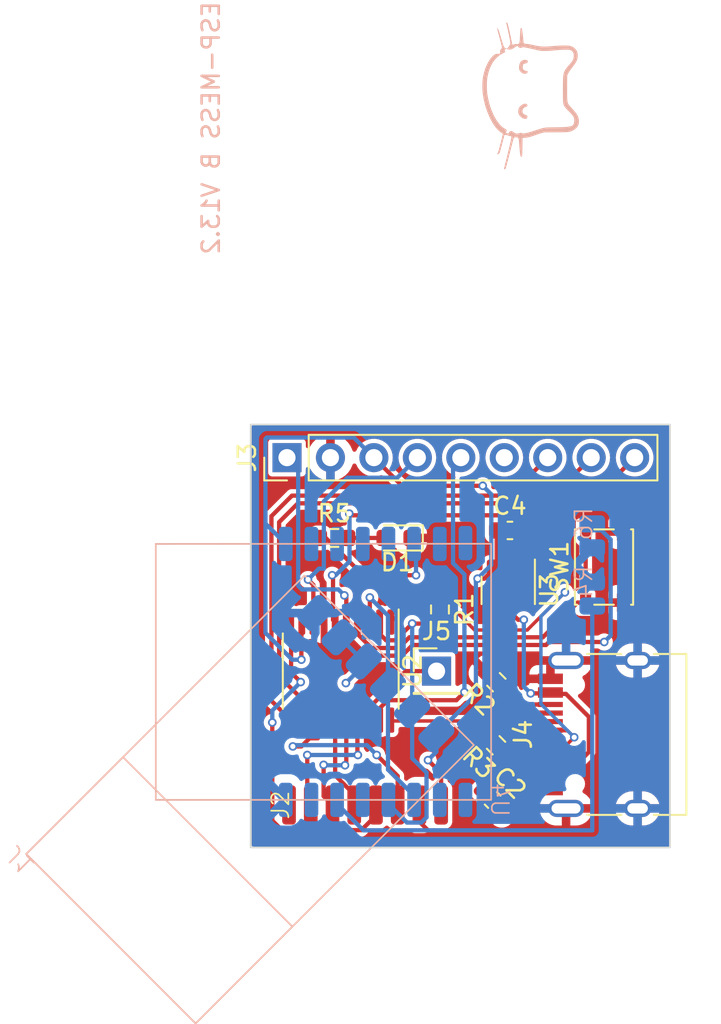
<source format=kicad_pcb>
(kicad_pcb (version 20221018) (generator pcbnew)
  (layers (0 "F.Cu" signal) (31 "B.Cu" signal) (34 "B.Paste" user) (35 "F.Paste" user) (36 "B.SilkS" user "B.Silkscreen") (37 "F.SilkS" user "F.Silkscreen") (38 "B.Mask" user) (39 "F.Mask" user) (44 "Edge.Cuts" user))
  (net 0 "")
  (net 1 "+3.3V")
  (net 2 "GND")
  (net 3 "Net-(U3-VI)")
  (net 4 "SCK")
  (net 5 "SW-A")
  (net 6 "DRIVE")
  (net 7 "DONE")
  (net 8 "CON2")
  (net 9 "SDA")
  (net 10 "SCL")
  (net 11 "SW-B")
  (net 12 "Net-(J4-CC1)")
  (net 13 "D+")
  (net 14 "D-")
  (net 16 "Net-(J4-CC2)")
  (net 18 "SWIO")
  (net 19 "Net-(U2-PD7)")
  (net 20 "V+")
  (net 21 "RX")
  (net 22 "TX")
  (net 23 "CS")
  (net 25 "CE")
  (net 26 "MOSI")
  (net 27 "MISO")
  (net 28 "Net-(D1-A)")
  (net 29 "Net-(U4-STAT)")
  (net 40 "CON1")
  (footprint "Resistor_SMD:R_0603_1608Metric" (layer "F.Cu") (at 150.178011 106.831825 135)
    (fp_text reference "R3" (at 0 -1.43 135) (layer "F.SilkS"))
    (fp_text value "R")
    (pad "1" smd roundrect (at -0.825 0 135) (size 0.8 0.95) (layers "F.Cu" "F.Paste" "F.Mask") (net 12 "Net-(J4-CC1)"))
    (pad "2" smd roundrect (at 0.825 0 135) (size 0.8 0.95) (layers "F.Cu" "F.Paste" "F.Mask") (net 2 "GND"))
  )
  (footprint "Connector_PinHeader_2.54mm:PinHeader_1x09_P2.54mm_Vertical" (layer "F.Cu") (at 137.958418 90.031013 90)
    (fp_text reference "J3" (at 0 -2.33 90) (layer "F.SilkS"))
    (fp_text value "Conn_01x09_Pin")
    (pad "1" thru_hole rect (at 0 0 90) (size 1.7 1.7) (drill 1) (layers "*.Cu" "*.Mask") (net 5 "SW-A"))
    (pad "2" thru_hole oval (at 0 2.54 90) (size 1.7 1.7) (drill 1) (layers "*.Cu" "*.Mask") (net 2 "GND"))
    (pad "3" thru_hole oval (at 0 5.08 90) (size 1.7 1.7) (drill 1) (layers "*.Cu" "*.Mask") (net 1 "+3.3V"))
    (pad "4" thru_hole oval (at 0 7.62 90) (size 1.7 1.7) (drill 1) (layers "*.Cu" "*.Mask") (net 6 "DRIVE"))
    (pad "5" thru_hole oval (at 0 10.16 90) (size 1.7 1.7) (drill 1) (layers "*.Cu" "*.Mask") (net 7 "DONE"))
    (pad "6" thru_hole oval (at 0 12.7 90) (size 1.7 1.7) (drill 1) (layers "*.Cu" "*.Mask") (net 20 "V+"))
    (pad "7" thru_hole oval (at 0 15.24 90) (size 1.7 1.7) (drill 1) (layers "*.Cu" "*.Mask") (net 9 "SDA"))
    (pad "8" thru_hole oval (at 0 17.78 90) (size 1.7 1.7) (drill 1) (layers "*.Cu" "*.Mask") (net 10 "SCL"))
    (pad "9" thru_hole oval (at 0 20.32 90) (size 1.7 1.7) (drill 1) (layers "*.Cu" "*.Mask") (net 11 "SW-B"))
  )
  (footprint "Connector_PinHeader_2.54mm:PinHeader_1x01_P2.54mm_Vertical" (layer "F.Cu") (at 146.7 102.5)
    (fp_text reference "J5" (at 0 -2.33) (layer "F.SilkS"))
    (fp_text value "Conn_01x01_Pin")
    (pad "1" thru_hole rect (at 0 0) (size 1.7 1.7) (drill 1) (layers "*.Cu" "*.Mask") (net 18 "SWIO"))
  )
  (footprint "Capacitor_SMD:C_0603_1608Metric" (layer "F.Cu") (at 149.97801 110.031825 -45)
    (fp_text reference "C2" (at 0 -1.43 135) (layer "F.SilkS"))
    (fp_text value "C")
    (pad "1" smd roundrect (at -0.775 0 315) (size 0.9 0.95) (layers "F.Cu" "F.Paste" "F.Mask") (net 3 "Net-(U3-VI)"))
    (pad "2" smd roundrect (at 0.775 0 315) (size 0.9 0.95) (layers "F.Cu" "F.Paste" "F.Mask") (net 2 "GND"))
  )
  (footprint "Connector_USB:USB_C_Receptacle_HRO_TYPE-C-31-M-12" (layer "F.Cu") (at 157.4 106.2 90)
    (fp_text reference "J4" (at 0 -5.645 90) (layer "F.SilkS"))
    (fp_text value "USB_C_Receptacle_USB2.0")
    (pad "" np_thru_hole circle (at -2.89 -2.6 90) (size 0.65 0.65) (drill 0.65) (layers "*.Cu" "*.Mask"))
    (pad "" np_thru_hole circle (at 2.89 -2.6 90) (size 0.65 0.65) (drill 0.65) (layers "*.Cu" "*.Mask"))
    (pad "A1" smd rect (at -3.25 -4.045 90) (size 0.6 1.45) (layers "F.Cu" "F.Paste" "F.Mask") (net 2 "GND"))
    (pad "A4" smd rect (at -2.45 -4.045 90) (size 0.6 1.45) (layers "F.Cu" "F.Paste" "F.Mask") (net 3 "Net-(U3-VI)"))
    (pad "A5" smd rect (at -1.25 -4.045 90) (size 0.3 1.45) (layers "F.Cu" "F.Paste" "F.Mask") (net 12 "Net-(J4-CC1)"))
    (pad "A6" smd rect (at -0.25 -4.045 90) (size 0.3 1.45) (layers "F.Cu" "F.Paste" "F.Mask") (net 13 "D+"))
    (pad "A7" smd rect (at 0.25 -4.045 90) (size 0.3 1.45) (layers "F.Cu" "F.Paste" "F.Mask") (net 14 "D-"))
    (pad "A8" smd rect (at 1.25 -4.045 90) (size 0.3 1.45) (layers "F.Cu" "F.Paste" "F.Mask"))
    (pad "A9" smd rect (at 2.45 -4.045 90) (size 0.6 1.45) (layers "F.Cu" "F.Paste" "F.Mask") (net 3 "Net-(U3-VI)"))
    (pad "A12" smd rect (at 3.25 -4.045 90) (size 0.6 1.45) (layers "F.Cu" "F.Paste" "F.Mask") (net 2 "GND"))
    (pad "B1" smd rect (at 3.25 -4.045 90) (size 0.6 1.45) (layers "F.Cu" "F.Paste" "F.Mask") (net 2 "GND"))
    (pad "B4" smd rect (at 2.45 -4.045 90) (size 0.6 1.45) (layers "F.Cu" "F.Paste" "F.Mask") (net 3 "Net-(U3-VI)"))
    (pad "B5" smd rect (at 1.75 -4.045 90) (size 0.3 1.45) (layers "F.Cu" "F.Paste" "F.Mask") (net 16 "Net-(J4-CC2)"))
    (pad "B6" smd rect (at 0.75 -4.045 90) (size 0.3 1.45) (layers "F.Cu" "F.Paste" "F.Mask") (net 13 "D+"))
    (pad "B7" smd rect (at -0.75 -4.045 90) (size 0.3 1.45) (layers "F.Cu" "F.Paste" "F.Mask") (net 14 "D-"))
    (pad "B8" smd rect (at -1.75 -4.045 90) (size 0.3 1.45) (layers "F.Cu" "F.Paste" "F.Mask"))
    (pad "B9" smd rect (at -2.45 -4.045 90) (size 0.6 1.45) (layers "F.Cu" "F.Paste" "F.Mask") (net 3 "Net-(U3-VI)"))
    (pad "B12" smd rect (at -3.25 -4.045 90) (size 0.6 1.45) (layers "F.Cu" "F.Paste" "F.Mask") (net 2 "GND"))
    (pad "S1" thru_hole oval (at -4.32 -3.13 90) (size 1 2.1) (drill oval 0.6 1.7) (layers "*.Cu" "*.Mask") (net 2 "GND"))
    (pad "S1" thru_hole oval (at -4.32 1.05 90) (size 1 1.6) (drill oval 0.6 1.2) (layers "*.Cu" "*.Mask") (net 2 "GND"))
    (pad "S1" thru_hole oval (at 4.32 -3.13 90) (size 1 2.1) (drill oval 0.6 1.7) (layers "*.Cu" "*.Mask") (net 2 "GND"))
    (pad "S1" thru_hole oval (at 4.32 1.05 90) (size 1 1.6) (drill oval 0.6 1.2) (layers "*.Cu" "*.Mask") (net 2 "GND"))
  )
  (footprint "Resistor_SMD:R_0603_1608Metric" (layer "F.Cu") (at 140.725916 94.721825)
    (fp_text reference "R5" (at 0 -1.43) (layer "F.SilkS"))
    (fp_text value "R")
    (pad "1" smd roundrect (at -0.825 0) (size 0.8 0.95) (layers "F.Cu" "F.Paste" "F.Mask") (net 29 "Net-(U4-STAT)"))
    (pad "2" smd roundrect (at 0.825 0) (size 0.8 0.95) (layers "F.Cu" "F.Paste" "F.Mask") (net 28 "Net-(D1-A)"))
  )
  (footprint "Resistor_SMD:R_0603_1608Metric" (layer "F.Cu") (at 146.9 98.9 -90)
    (fp_text reference "R1" (at 0 -1.43 90) (layer "F.SilkS"))
    (fp_text value "R")
    (pad "1" smd roundrect (at -0.825 0 270) (size 0.8 0.95) (layers "F.Cu" "F.Paste" "F.Mask") (net 14 "D-"))
    (pad "2" smd roundrect (at 0.825 0 270) (size 0.8 0.95) (layers "F.Cu" "F.Paste" "F.Mask") (net 22 "TX"))
  )
  (footprint "A_SensorNode:Nrf24L01" (layer "F.Cu") (at 138.078417 110.321826 90)
    (fp_text reference "J2" (at 0 -0.5 90 unlocked) (layer "F.SilkS") (effects (font (thickness 0.1))))
    (fp_text value "Conn_01x08_Pin")
    (pad "1" smd roundrect (at 0 0 90) (size 2.286 0.8) (layers "F.Cu" "F.Paste" "F.Mask"))
    (pad "2" smd roundrect (at 0 1.27 90) (size 2.286 0.8) (layers "F.Cu" "F.Paste" "F.Mask") (net 27 "MISO"))
    (pad "3" smd roundrect (at 0 2.54 90) (size 2.286 0.8) (layers "F.Cu" "F.Paste" "F.Mask") (net 26 "MOSI"))
    (pad "4" smd roundrect (at 0 3.81 90) (size 2.286 0.8) (layers "F.Cu" "F.Paste" "F.Mask") (net 4 "SCK"))
    (pad "5" smd roundrect (at 0 5.08 90) (size 2.286 0.8) (layers "F.Cu" "F.Paste" "F.Mask") (net 23 "CS"))
    (pad "6" smd roundrect (at 0 6.35 90) (size 2.286 0.8) (layers "F.Cu" "F.Paste" "F.Mask") (net 25 "CE"))
    (pad "7" smd roundrect (at 0 7.62 90) (size 2.286 0.8) (layers "F.Cu" "F.Paste" "F.Mask") (net 2 "GND"))
    (pad "8" smd roundrect (at 0 8.89 90) (size 2.286 0.8) (layers "F.Cu" "F.Paste" "F.Mask") (net 1 "+3.3V"))
  )
  (footprint "LED_SMD:LED_0603_1608Metric" (layer "F.Cu") (at 144.413417 94.721825 180)
    (fp_text reference "D1" (at 0 -1.43) (layer "F.SilkS"))
    (fp_text value "LED")
    (pad "1" smd roundrect (at -0.7875 0 180) (size 0.875 0.95) (layers "F.Cu" "F.Paste" "F.Mask") (net 2 "GND"))
    (pad "2" smd roundrect (at 0.7875 0 180) (size 0.875 0.95) (layers "F.Cu" "F.Paste" "F.Mask") (net 28 "Net-(D1-A)"))
  )
  (footprint "Package_SO:TSSOP-20_4.4x6.5mm_P0.65mm" (layer "F.Cu") (at 141.1 102.5 -90)
    (fp_text reference "U2" (at 0 -4.2 90) (layer "F.SilkS"))
    (fp_text value "CH32V003F4P6")
    (pad "1" smd roundrect (at -2.8625 -2.925 270) (size 1.475 0.4) (layers "F.Cu" "F.Paste" "F.Mask") (net 14 "D-"))
    (pad "2" smd roundrect (at -2.8625 -2.275 270) (size 1.475 0.4) (layers "F.Cu" "F.Paste" "F.Mask") (net 22 "TX"))
    (pad "3" smd roundrect (at -2.8625 -1.625 270) (size 1.475 0.4) (layers "F.Cu" "F.Paste" "F.Mask") (net 21 "RX"))
    (pad "4" smd roundrect (at -2.8625 -0.975 270) (size 1.475 0.4) (layers "F.Cu" "F.Paste" "F.Mask") (net 19 "Net-(U2-PD7)"))
    (pad "5" smd roundrect (at -2.8625 -0.325 270) (size 1.475 0.4) (layers "F.Cu" "F.Paste" "F.Mask") (net 5 "SW-A"))
    (pad "6" smd roundrect (at -2.8625 0.325 270) (size 1.475 0.4) (layers "F.Cu" "F.Paste" "F.Mask") (net 11 "SW-B"))
    (pad "7" smd roundrect (at -2.8625 0.975 270) (size 1.475 0.4) (layers "F.Cu" "F.Paste" "F.Mask") (net 2 "GND"))
    (pad "8" smd roundrect (at -2.8625 1.625 270) (size 1.475 0.4) (layers "F.Cu" "F.Paste" "F.Mask") (net 6 "DRIVE"))
    (pad "9" smd roundrect (at -2.8625 2.275 270) (size 1.475 0.4) (layers "F.Cu" "F.Paste" "F.Mask") (net 1 "+3.3V"))
    (pad "10" smd roundrect (at -2.8625 2.925 270) (size 1.475 0.4) (layers "F.Cu" "F.Paste" "F.Mask") (net 23 "CS"))
    (pad "11" smd roundrect (at 2.8625 2.925 270) (size 1.475 0.4) (layers "F.Cu" "F.Paste" "F.Mask") (net 9 "SDA"))
    (pad "12" smd roundrect (at 2.8625 2.275 270) (size 1.475 0.4) (layers "F.Cu" "F.Paste" "F.Mask") (net 10 "SCL"))
    (pad "13" smd roundrect (at 2.8625 1.625 270) (size 1.475 0.4) (layers "F.Cu" "F.Paste" "F.Mask"))
    (pad "14" smd roundrect (at 2.8625 0.975 270) (size 1.475 0.4) (layers "F.Cu" "F.Paste" "F.Mask") (net 25 "CE"))
    (pad "15" smd roundrect (at 2.8625 0.325 270) (size 1.475 0.4) (layers "F.Cu" "F.Paste" "F.Mask") (net 4 "SCK"))
    (pad "16" smd roundrect (at 2.8625 -0.325 270) (size 1.475 0.4) (layers "F.Cu" "F.Paste" "F.Mask") (net 26 "MOSI"))
    (pad "17" smd roundrect (at 2.8625 -0.975 270) (size 1.475 0.4) (layers "F.Cu" "F.Paste" "F.Mask") (net 27 "MISO"))
    (pad "18" smd roundrect (at 2.8625 -1.625 270) (size 1.475 0.4) (layers "F.Cu" "F.Paste" "F.Mask") (net 18 "SWIO"))
    (pad "19" smd roundrect (at 2.8625 -2.275 270) (size 1.475 0.4) (layers "F.Cu" "F.Paste" "F.Mask") (net 7 "DONE"))
    (pad "20" smd roundrect (at 2.8625 -2.925 270) (size 1.475 0.4) (layers "F.Cu" "F.Paste" "F.Mask") (net 13 "D+"))
  )
  (footprint "Capacitor_SMD:C_0603_1608Metric" (layer "F.Cu") (at 150.988419 94.284324)
    (fp_text reference "C4" (at 0 -1.43) (layer "F.SilkS"))
    (fp_text value "C")
    (pad "1" smd roundrect (at -0.775 0) (size 0.9 0.95) (layers "F.Cu" "F.Paste" "F.Mask") (net 1 "+3.3V"))
    (pad "2" smd roundrect (at 0.775 0) (size 0.9 0.95) (layers "F.Cu" "F.Paste" "F.Mask") (net 2 "GND"))
  )
  (footprint "Resistor_SMD:R_0603_1608Metric" (layer "F.Cu") (at 150.194645 103.148463 135)
    (fp_text reference "R2" (at 0 -1.43 135) (layer "F.SilkS"))
    (fp_text value "R")
    (pad "1" smd roundrect (at -0.825 0 135) (size 0.8 0.95) (layers "F.Cu" "F.Paste" "F.Mask") (net 16 "Net-(J4-CC2)"))
    (pad "2" smd roundrect (at 0.825 0 135) (size 0.8 0.95) (layers "F.Cu" "F.Paste" "F.Mask") (net 2 "GND"))
  )
  (footprint "Package_TO_SOT_SMD:SOT-23-3" (layer "F.Cu") (at 150.888417 97.784325 -90)
    (fp_text reference "U3" (at 0 -2.4 90) (layer "F.SilkS"))
    (fp_text value "XC6206PxxxMR")
    (pad "1" smd roundrect (at -1.1375 -0.95 270) (size 1.325 0.6) (layers "F.Cu" "F.Paste" "F.Mask") (net 2 "GND"))
    (pad "2" smd roundrect (at -1.1375 0.95 270) (size 1.325 0.6) (layers "F.Cu" "F.Paste" "F.Mask") (net 1 "+3.3V"))
    (pad "3" smd roundrect (at 1.1375 0 270) (size 1.325 0.6) (layers "F.Cu" "F.Paste" "F.Mask") (net 3 "Net-(U3-VI)"))
  )
  (footprint "Button_Switch_SMD:SW_SPST_PTS810" (layer "F.Cu") (at 156.488417 96.421824 90)
    (fp_text reference "SW1" (at 0 -2.6 90) (layer "F.SilkS"))
    (fp_text value "SW_Push")
    (pad "1" smd rect (at -2.075 -1.075 90) (size 1.05 0.65) (layers "F.Cu" "F.Paste" "F.Mask") (net 19 "Net-(U2-PD7)"))
    (pad "1" smd rect (at 2.075 -1.075 90) (size 1.05 0.65) (layers "F.Cu" "F.Paste" "F.Mask") (net 19 "Net-(U2-PD7)"))
    (pad "2" smd rect (at -2.075 1.075 90) (size 1.05 0.65) (layers "F.Cu" "F.Paste" "F.Mask") (net 2 "GND"))
    (pad "2" smd rect (at 2.075 1.075 90) (size 1.05 0.65) (layers "F.Cu" "F.Paste" "F.Mask") (net 2 "GND"))
  )
  (footprint "A_SensorNode:JDY-41" (layer "B.Cu") (at 122.718525 113.181981 -45)
    (fp_text reference "J1" (at 0 0.499999 135 unlocked) (layer "B.SilkS") (effects (font (thickness 0.1)) (justify mirror)))
    (fp_text value "Conn_01x06_Pin")
    (pad "1" smd roundrect (at 2 -21.9 225) (size 2 1.4) (layers "B.Cu" "B.Paste" "B.Mask") (net 2 "GND"))
    (pad "2" smd roundrect (at 4 -21.9 225) (size 2 1.4) (layers "B.Cu" "B.Paste" "B.Mask") (net 8 "CON2"))
    (pad "3" smd roundrect (at 6 -21.9 225) (size 2 1.4) (layers "B.Cu" "B.Paste" "B.Mask") (net 8 "CON2"))
    (pad "4" smd roundrect (at 8 -21.9 225) (size 2 1.4) (layers "B.Cu" "B.Paste" "B.Mask") (net 21 "RX"))
    (pad "5" smd roundrect (at 10 -21.9 225) (size 2 1.4) (layers "B.Cu" "B.Paste" "B.Mask") (net 22 "TX"))
    (pad "6" smd roundrect (at 12 -21.9 225) (size 2 1.4) (layers "B.Cu" "B.Paste" "B.Mask") (net 1 "+3.3V"))
  )
  (footprint "A_SensorNode:Jumpper" (layer "B.Cu") (at 155.8 97.3 -90)
    (fp_text reference "R4" (at 0 0.5 90 unlocked) (layer "B.SilkS") (effects (font (thickness 0.1)) (justify mirror)))
    (fp_text value "0K")
    (pad "1" smd roundrect (at 0 0 270) (size 1 1.5) (layers "B.Cu" "B.Paste" "B.Mask") (net 2 "GND"))
    (pad "2" smd roundrect (at 1.4 0 270) (size 1 1.5) (layers "B.Cu" "B.Paste" "B.Mask") (net 40 "CON1"))
  )
  (footprint "A_SensorNode:Jumpper" (layer "B.Cu") (at 155.8 93.9 -90)
    (fp_text reference "R6" (at 0 0.5 90 unlocked) (layer "B.SilkS") (effects (font (thickness 0.1)) (justify mirror)))
    (fp_text value "0K")
    (pad "1" smd roundrect (at 0 0 270) (size 1 1.5) (layers "B.Cu" "B.Paste" "B.Mask") (net 8 "CON2"))
    (pad "2" smd roundrect (at 1.4 0 270) (size 1 1.5) (layers "B.Cu" "B.Paste" "B.Mask") (net 2 "GND"))
  )
  (footprint "A_SensorNode:JDY-Base" (layer "B.Cu") (at 149.888415 110.021826 90)
    (fp_text reference "U4" (at 0 0.5 270 unlocked) (layer "B.SilkS") (effects (font (thickness 0.1)) (justify mirror)))
    (fp_text value "~")
    (pad "1" smd roundrect (at 14.95 -12 90) (size 2 0.8) (layers "B.Cu" "B.Paste" "B.Mask") (net 1 "+3.3V"))
    (pad "2" smd roundrect (at 14.95 -10.5 90) (size 2 0.8) (layers "B.Cu" "B.Paste" "B.Mask"))
    (pad "3" smd roundrect (at 14.95 -9 90) (size 2 0.8) (layers "B.Cu" "B.Paste" "B.Mask"))
    (pad "4" smd roundrect (at 14.95 -7.5 90) (size 2 0.8) (layers "B.Cu" "B.Paste" "B.Mask"))
    (pad "5" smd roundrect (at 14.95 -6 90) (size 2 0.8) (layers "B.Cu" "B.Paste" "B.Mask"))
    (pad "6" smd roundrect (at 14.95 -4.5 90) (size 2 0.8) (layers "B.Cu" "B.Paste" "B.Mask") (net 29 "Net-(U4-STAT)"))
    (pad "7" smd roundrect (at 14.95 -3 90) (size 2 0.8) (layers "B.Cu" "B.Paste" "B.Mask"))
    (pad "8" smd roundrect (at 15 -1.5 90) (size 2 0.8) (layers "B.Cu" "B.Paste" "B.Mask"))
    (pad "17" smd roundrect (at 0 -1.5 90) (size 2 0.8) (layers "B.Cu" "B.Paste" "B.Mask"))
    (pad "18" smd roundrect (at 0 -3 90) (size 2 0.8) (layers "B.Cu" "B.Paste" "B.Mask"))
    (pad "19" smd roundrect (at 0 -4.5 90) (size 2 0.8) (layers "B.Cu" "B.Paste" "B.Mask") (net 21 "RX"))
    (pad "20" smd roundrect (at 0 -6 90) (size 2 0.8) (layers "B.Cu" "B.Paste" "B.Mask") (net 22 "TX"))
    (pad "21" smd roundrect (at 0 -7.5 90) (size 2 0.8) (layers "B.Cu" "B.Paste" "B.Mask"))
    (pad "22" smd roundrect (at 0 -9 90) (size 2 0.8) (layers "B.Cu" "B.Paste" "B.Mask") (net 40 "CON1"))
    (pad "23" smd roundrect (at 0 -10.5 90) (size 2 0.8) (layers "B.Cu" "B.Paste" "B.Mask"))
    (pad "24" smd roundrect (at 0 -12 90) (size 2 0.8) (layers "B.Cu" "B.Paste" "B.Mask") (net 2 "GND"))
  )
  (footprint "catIcon.preety:catIcon8x8" (layer "B.Cu") (at 152.217097 68.756458 90)
    (fp_text reference "G***" hide)
    (fp_text value "LOGO" hide)
  )
  (gr_poly (pts (xy 135.838416 88.100002) (xy 160.338417 88.1) (xy 160.338419 112.8) (xy 135.838418 112.8)) (stroke (width 0.1)) (fill none) (layer "Edge.Cuts"))
  (gr_text "ESP-MESS B V13.2" (at 134.1 63.3 90) (layer "B.SilkS") (effects (font (size 1 1)) (justify left bottom mirror)))
  (segment (start 146.968417 108.468417) (end 146.968417 110.321826) (width 0.25) (layer "F.Cu") (net 1))
  (segment (start 144.682905 91.6755) (end 149.4 91.6755) (width 0.25) (layer "F.Cu") (net 1))
  (segment (start 146.2 107.7) (end 146.968417 108.468417) (width 0.25) (layer "F.Cu") (net 1))
  (segment (start 143.038418 90.031013) (end 144.682905 91.6755) (width 0.25) (layer "F.Cu") (net 1))
  (segment (start 138.8 101.833649) (end 138.8 100.351041) (width 0.25) (layer "F.Cu") (net 1))
  (segment (start 150.213419 94.284323) (end 150.213417 96.371824) (width 0.25) (layer "F.Cu") (net 1))
  (segment (start 149.485242 97.1) (end 149.938417 96.646825) (width 0.25) (layer "F.Cu") (net 1))
  (segment (start 149.1 97.1) (end 149.485242 97.1) (width 0.25) (layer "F.Cu") (net 1))
  (segment (start 138.8 100.351041) (end 138.825 100.326041) (width 0.25) (layer "F.Cu") (net 1))
  (segment (start 150.213417 96.371824) (end 149.938415 96.646824) (width 0.25) (layer "F.Cu") (net 1))
  (via (at 138.8 101.833649) (size 0.5) (drill 0.3) (layers "F.Cu" "B.Cu") (net 1))
  (via (at 149.4 91.6755) (size 0.5) (drill 0.3) (layers "F.Cu" "B.Cu") (net 1))
  (via (at 149.1 97.1) (size 0.5) (drill 0.3) (layers "F.Cu" "B.Cu") (net 1))
  (via (at 146.2 107.7) (size 0.5) (drill 0.3) (layers "F.Cu" "B.Cu") (net 1))
  (segment (start 146.689445 106.181624) (end 149 103.871069) (width 0.25) (layer "B.Cu") (net 1))
  (segment (start 149 103.871069) (end 149 97.2) (width 0.25) (layer "B.Cu") (net 1))
  (segment (start 149.1 97.1) (end 149.9 96.3) (width 0.25) (layer "B.Cu") (net 1))
  (segment (start 136.783418 88.856013) (end 136.7 88.939431) (width 0.25) (layer "B.Cu") (net 1))
  (segment (start 149.9 92.1755) (end 149.4 91.6755) (width 0.25) (layer "B.Cu") (net 1))
  (segment (start 143.038418 90.031013) (end 141.863418 88.856013) (width 0.25) (layer "B.Cu") (net 1))
  (segment (start 138.267058 101.833649) (end 136.700002 100.266593) (width 0.25) (layer "B.Cu") (net 1))
  (segment (start 146.689445 106.181624) (end 146.689445 107.210555) (width 0.25) (layer "B.Cu") (net 1))
  (segment (start 149.9 96.3) (end 149.9 92.1755) (width 0.25) (layer "B.Cu") (net 1))
  (segment (start 136.700002 93.883413) (end 136.7 93.883411) (width 0.25) (layer "B.Cu") (net 1))
  (segment (start 136.700002 100.266593) (end 136.700002 93.883413) (width 0.25) (layer "B.Cu") (net 1))
  (segment (start 146.689445 107.210555) (end 146.2 107.7) (width 0.25) (layer "B.Cu") (net 1))
  (segment (start 136.7 93.883411) (end 137.888415 95.071826) (width 0.25) (layer "B.Cu") (net 1))
  (segment (start 141.863418 88.856013) (end 136.783418 88.856013) (width 0.25) (layer "B.Cu") (net 1))
  (segment (start 136.7 88.939431) (end 136.7 93.883411) (width 0.25) (layer "B.Cu") (net 1))
  (segment (start 149 97.2) (end 149.1 97.1) (width 0.25) (layer "B.Cu") (net 1))
  (segment (start 138.8 101.833649) (end 138.267058 101.833649) (width 0.25) (layer "B.Cu") (net 1))
  (segment (start 145.698417 110.321826) (end 145.698417 111.298417) (width 0.25) (layer "F.Cu") (net 2))
  (segment (start 149.611282 102.5651) (end 149.8349 102.5651) (width 0.25) (layer "F.Cu") (net 2))
  (segment (start 149.8349 102.5651) (end 150.5 101.9) (width 0.25) (layer "F.Cu") (net 2))
  (segment (start 145.698417 111.298417) (end 146.35 111.95) (width 0.25) (layer "F.Cu") (net 2))
  (segment (start 154.198177 108.631823) (end 150.281996 108.631824) (width 0.25) (layer "F.Cu") (net 3))
  (segment (start 153.271185 103.8) (end 153.303009 103.831824) (width 0.25) (layer "F.Cu") (net 3))
  (segment (start 155.6 107.23) (end 154.198177 108.631823) (width 0.25) (layer "F.Cu") (net 3))
  (segment (start 151.8 99.5) (end 151.466592 99.5) (width 0.25) (layer "F.Cu") (net 3))
  (segment (start 154.261826 103.831826) (end 155.6 105.17) (width 0.25) (layer "F.Cu") (net 3))
  (segment (start 151.466592 99.5) (end 150.888417 98.921825) (width 0.25) (layer "F.Cu") (net 3))
  (segment (start 155.6 105.17) (end 155.6 107.23) (width 0.25) (layer "F.Cu") (net 3))
  (segment (start 152.2 103.8) (end 153.271185 103.8) (width 0.25) (layer "F.Cu") (net 3))
  (segment (start 153.303012 103.831823) (end 154.261826 103.831826) (width 0.25) (layer "F.Cu") (net 3))
  (segment (start 150.281996 108.631824) (end 149.430003 109.483818) (width 0.25) (layer "F.Cu") (net 3))
  (via (at 151.8 99.5) (size 0.5) (drill 0.3) (layers "F.Cu" "B.Cu") (net 3))
  (via (at 152.2 103.8) (size 0.5) (drill 0.3) (layers "F.Cu" "B.Cu") (net 3))
  (segment (start 151.8 99.5) (end 151.8 103.4) (width 0.25) (layer "B.Cu") (net 3))
  (segment (start 151.8 103.4) (end 152.2 103.8) (width 0.25) (layer "B.Cu") (net 3))
  (segment (start 140.775 108.592947) (end 141.888417 109.706364) (width 0.25) (layer "F.Cu") (net 4))
  (segment (start 141.888417 109.706364) (end 141.888417 110.321826) (width 0.25) (layer "F.Cu") (net 4))
  (segment (start 140.775 105.3625) (end 140.775 108.592947) (width 0.25) (layer "F.Cu") (net 4))
  (segment (start 141.425 98.191591) (end 141.425 99.6375) (width 0.25) (layer "F.Cu") (net 5))
  (segment (start 141.311584 98.078175) (end 141.425 98.191591) (width 0.25) (layer "F.Cu") (net 5))
  (via (at 141.311584 98.078175) (size 0.5) (drill 0.3) (layers "F.Cu" "B.Cu") (net 5))
  (segment (start 138.613415 97.513415) (end 138.613415 90.68601) (width 0.25) (layer "B.Cu") (net 5))
  (segment (start 138.613415 90.68601) (end 137.958418 90.031013) (width 0.25) (layer "B.Cu") (net 5))
  (segment (start 138.828449 97.728449) (end 138.613415 97.513415) (width 0.25) (layer "B.Cu") (net 5))
  (segment (start 141.311584 98.078175) (end 140.961858 97.728449) (width 0.25) (layer "B.Cu") (net 5))
  (segment (start 140.961858 97.728449) (end 138.828449 97.728449) (width 0.25) (layer "B.Cu") (net 5))
  (segment (start 139.5 97.466034) (end 139.5 99.6125) (width 0.25) (layer "F.Cu") (net 6))
  (segment (start 139.5 99.6125) (end 139.475 99.6375) (width 0.25) (layer "F.Cu") (net 6))
  (segment (start 139.187915 97.153949) (end 139.5 97.466034) (width 0.25) (layer "F.Cu") (net 6))
  (via (at 139.187915 97.153949) (size 0.5) (drill 0.3) (layers "F.Cu" "B.Cu") (net 6))
  (segment (start 140.113415 96.513415) (end 140.113415 92.586585) (width 0.25) (layer "B.Cu") (net 6))
  (segment (start 139.828449 96.513415) (end 140.113415 96.513415) (width 0.25) (layer "B.Cu") (net 6))
  (segment (start 139.187915 97.153949) (end 139.828449 96.513415) (width 0.25) (layer "B.Cu") (net 6))
  (segment (start 144.403418 91.206013) (end 145.578418 90.031013) (width 0.25) (layer "B.Cu") (net 6))
  (segment (start 141.493987 91.206013) (end 144.403418 91.206013) (width 0.25) (layer "B.Cu") (net 6))
  (segment (start 140.113415 92.586585) (end 141.493987 91.206013) (width 0.25) (layer "B.Cu") (net 6))
  (segment (start 148.329301 103.729302) (end 147.858603 104.2) (width 0.25) (layer "F.Cu") (net 7))
  (segment (start 143.848959 104.2) (end 143.375 104.673959) (width 0.25) (layer "F.Cu") (net 7))
  (segment (start 143.375 104.673959) (end 143.375 105.3625) (width 0.25) (layer "F.Cu") (net 7))
  (segment (start 147.858603 104.2) (end 143.848959 104.2) (width 0.25) (layer "F.Cu") (net 7))
  (via (at 148.329301 103.729302) (size 0.5) (drill 0.3) (layers "F.Cu" "B.Cu") (net 7))
  (segment (start 147.613415 90.536016) (end 148.118418 90.031013) (width 0.25) (layer "B.Cu") (net 7))
  (segment (start 148.329301 103.729302) (end 148.329301 96.855887) (width 0.25) (layer "B.Cu") (net 7))
  (segment (start 147.663415 96.190001) (end 147.663415 90.486016) (width 0.25) (layer "B.Cu") (net 7))
  (segment (start 148.329301 96.855887) (end 147.663415 96.190001) (width 0.25) (layer "B.Cu") (net 7))
  (segment (start 147.663415 90.486016) (end 148.118418 90.031013) (width 0.25) (layer "B.Cu") (net 7))
  (segment (start 153.273107 100.8) (end 156.5 100.8) (width 0.25) (layer "F.Cu") (net 8))
  (segment (start 153.098107 100.975) (end 153.273107 100.8) (width 0.25) (layer "F.Cu") (net 8))
  (segment (start 145.298833 100.975) (end 153.098107 100.975) (width 0.25) (layer "F.Cu") (net 8))
  (segment (start 144.673833 101.6) (end 145.298833 100.975) (width 0.25) (layer "F.Cu") (net 8))
  (segment (start 143 101.6) (end 144.673833 101.6) (width 0.25) (layer "F.Cu") (net 8))
  (segment (start 141.4 103.2) (end 143 101.6) (width 0.25) (layer "F.Cu") (net 8))
  (via (at 156.5 100.8) (size 0.5) (drill 0.3) (layers "F.Cu" "B.Cu") (net 8))
  (via (at 141.4 103.2) (size 0.5) (drill 0.3) (layers "F.Cu" "B.Cu") (net 8))
  (segment (start 155.963173 93.9) (end 155.8 93.9) (width 0.25) (layer "B.Cu") (net 8))
  (segment (start 141.032591 100.52477) (end 142.446804 101.938983) (width 0.25) (layer "B.Cu") (net 8))
  (segment (start 142.446804 102.153196) (end 141.4 103.2) (width 0.25) (layer "B.Cu") (net 8))
  (segment (start 142.446804 101.938983) (end 142.446804 102.153196) (width 0.25) (layer "B.Cu") (net 8))
  (segment (start 156.875 100.425) (end 156.875 94.811827) (width 0.25) (layer "B.Cu") (net 8))
  (segment (start 156.5 100.8) (end 156.875 100.425) (width 0.25) (layer "B.Cu") (net 8))
  (segment (start 156.875 94.811827) (end 155.963173 93.9) (width 0.25) (layer "B.Cu") (net 8))
  (segment (start 137.05 104.2375) (end 138.175 105.3625) (width 0.25) (layer "F.Cu") (net 9))
  (segment (start 153.198418 90.031013) (end 150.979431 92.25) (width 0.25) (layer "F.Cu") (net 9))
  (segment (start 137.05 93.45) (end 137.05 104.2375) (width 0.25) (layer "F.Cu") (net 9))
  (segment (start 150.979431 92.25) (end 138.25 92.25) (width 0.25) (layer "F.Cu") (net 9))
  (segment (start 138.25 92.25) (end 137.05 93.45) (width 0.25) (layer "F.Cu") (net 9))
  (segment (start 138.6 92.7) (end 137.5 93.8) (width 0.25) (layer "F.Cu") (net 10))
  (segment (start 137.5 102.8) (end 138.825 104.125) (width 0.25) (layer "F.Cu") (net 10))
  (segment (start 155.738418 90.031013) (end 153.069431 92.7) (width 0.25) (layer "F.Cu") (net 10))
  (segment (start 153.069431 92.7) (end 138.6 92.7) (width 0.25) (layer "F.Cu") (net 10))
  (segment (start 137.5 93.8) (end 137.5 102.8) (width 0.25) (layer "F.Cu") (net 10))
  (segment (start 138.825 104.125) (end 138.825 105.3625) (width 0.25) (layer "F.Cu") (net 10))
  (segment (start 141.6 93.3) (end 141.7 93.4) (width 0.25) (layer "F.Cu") (net 11))
  (segment (start 141.7 93.4) (end 153.7 93.4) (width 0.25) (layer "F.Cu") (net 11))
  (segment (start 156.309431 92) (end 158.278418 90.031013) (width 0.25) (layer "F.Cu") (net 11))
  (segment (start 140.65 96.95) (end 140.65 99.5125) (width 0.25) (layer "F.Cu") (net 11))
  (segment (start 140.65 99.5125) (end 140.775 99.6375) (width 0.25) (layer "F.Cu") (net 11))
  (segment (start 155.1 92) (end 156.309431 92) (width 0.25) (layer "F.Cu") (net 11))
  (segment (start 153.7 93.4) (end 155.1 92) (width 0.25) (layer "F.Cu") (net 11))
  (via (at 141.6 93.3) (size 0.5) (drill 0.3) (layers "F.Cu" "B.Cu") (net 11))
  (via (at 140.6 96.9) (size 0.5) (drill 0.3) (layers "F.Cu" "B.Cu") (net 11))
  (segment (start 141.613415 96.089288) (end 141.613415 93.313415) (width 0.25) (layer "B.Cu") (net 11))
  (segment (start 141.613415 93.313415) (end 141.6 93.3) (width 0.25) (layer "B.Cu") (net 11))
  (segment (start 140.802703 96.9) (end 141.613415 96.089288) (width 0.25) (layer "B.Cu") (net 11))
  (segment (start 150.796186 107.45) (end 153.355 107.45) (width 0.25) (layer "F.Cu") (net 12))
  (segment (start 152.15 106.45) (end 153.355 106.45) (width 0.2) (layer "F.Cu") (net 13))
  (segment (start 144.075086 105.412586) (end 151.782586 105.412586) (width 0.2) (layer "F.Cu") (net 13))
  (segment (start 152.1 105.73) (end 152.1 106.4) (width 0.2) (layer "F.Cu") (net 13))
  (segment (start 152.1 106.4) (end 152.15 106.45) (width 0.2) (layer "F.Cu") (net 13))
  (segment (start 151.782586 105.412586) (end 152.1 105.73) (width 0.2) (layer "F.Cu") (net 13))
  (segment (start 152.38 105.45) (end 152.1 105.73) (width 0.2) (layer "F.Cu") (net 13))
  (segment (start 144.025 105.3625) (end 144.075086 105.412586) (width 0.2) (layer "F.Cu") (net 13))
  (segment (start 153.355 105.45) (end 152.38 105.45) (width 0.2) (layer "F.Cu") (net 13))
  (segment (start 154.744916 106.364917) (end 154.128009 106.981824) (width 0.2) (layer "F.Cu") (net 14))
  (segment (start 154.361824 105.981824) (end 154.744916 106.364917) (width 0.2) (layer "F.Cu") (net 14))
  (segment (start 144.025 99.6375) (end 145.5875 98.075) (width 0.2) (layer "F.Cu") (net 14))
  (segment (start 148.925 100.1) (end 152 100.1) (width 0.2) (layer "F.Cu") (net 14))
  (segment (start 152 100.1) (end 154.2 97.9) (width 0.2) (layer "F.Cu") (net 14))
  (segment (start 146.9 98.075) (end 148.925 100.1) (width 0.2) (layer "F.Cu") (net 14))
  (segment (start 145.5875 98.075) (end 146.9 98.075) (width 0.2) (layer "F.Cu") (net 14))
  (segment (start 154.128009 106.981824) (end 153.303009 106.981824) (width 0.2) (layer "F.Cu") (net 14))
  (segment (start 153.303009 105.981824) (end 154.361824 105.981824) (width 0.2) (layer "F.Cu") (net 14))
  (via (at 154.744916 106.364917) (size 0.5) (drill 0.3) (layers "F.Cu" "B.Cu") (net 14))
  (via (at 154.2 97.9) (size 0.5) (drill 0.3) (layers "F.Cu" "B.Cu") (net 14))
  (segment (start 152.8 99.3) (end 154.2 97.9) (width 0.2) (layer "B.Cu") (net 14))
  (segment (start 154.744916 106.364917) (end 152.8 104.420001) (width 0.2) (layer "B.Cu") (net 14))
  (segment (start 152.8 104.420001) (end 152.8 99.3) (width 0.2) (layer "B.Cu") (net 14))
  (segment (start 151.459834 104.45) (end 153.355 104.45) (width 0.25) (layer "F.Cu") (net 16))
  (segment (start 150.861371 103.915188) (end 151.42801 104.481824) (width 0.25) (layer "F.Cu") (net 16))
  (segment (start 142.725 104.673959) (end 142.725 105.3625) (width 0.25) (layer "F.Cu") (net 18))
  (segment (start 144.898959 102.5) (end 142.725 104.673959) (width 0.25) (layer "F.Cu") (net 18))
  (segment (start 146.7 102.5) (end 144.898959 102.5) (width 0.25) (layer "F.Cu") (net 18))
  (segment (start 142.898959 101.15) (end 142.075 100.326041) (width 0.25) (layer "F.Cu") (net 19))
  (segment (start 154.939887 98.496824) (end 152.911711 100.525) (width 0.25) (layer "F.Cu") (net 19))
  (segment (start 145.112437 100.525) (end 144.487437 101.15) (width 0.25) (layer "F.Cu") (net 19))
  (segment (start 155.413417 98.496824) (end 154.939887 98.496824) (width 0.25) (layer "F.Cu") (net 19))
  (segment (start 152.911711 100.525) (end 145.112437 100.525) (width 0.25) (layer "F.Cu") (net 19))
  (segment (start 144.487437 101.15) (end 142.898959 101.15) (width 0.25) (layer "F.Cu") (net 19))
  (segment (start 155.413417 94.346824) (end 155.413417 98.496824) (width 0.25) (layer "F.Cu") (net 19))
  (segment (start 142.075 100.326041) (end 142.075 99.6375) (width 0.25) (layer "F.Cu") (net 19))
  (segment (start 142.8 98.2) (end 142.8 99.5625) (width 0.25) (layer "F.Cu") (net 21))
  (segment (start 142.8 99.5625) (end 142.725 99.6375) (width 0.25) (layer "F.Cu") (net 21))
  (segment (start 142.725 100.326041) (end 142.725 99.6375) (width 0.25) (layer "F.Cu") (net 21))
  (via (at 142.8 98.2) (size 0.5) (drill 0.3) (layers "F.Cu" "B.Cu") (net 21))
  (segment (start 143.861018 108.251967) (end 145.388415 109.779364) (width 0.25) (layer "B.Cu") (net 21))
  (segment (start 143.861018 103.353197) (end 143.861018 108.251967) (width 0.25) (layer "B.Cu") (net 21))
  (segment (start 145.388415 109.779364) (end 145.388415 110.021826) (width 0.25) (layer "B.Cu") (net 21))
  (segment (start 143.861018 99.261018) (end 142.8 98.2) (width 0.25) (layer "B.Cu") (net 21))
  (segment (start 143.861018 103.353197) (end 143.861018 99.261018) (width 0.25) (layer "B.Cu") (net 21))
  (segment (start 146.9 99.725) (end 145.276041 99.725) (width 0.25) (layer "F.Cu") (net 22))
  (segment (start 143.748959 100.7) (end 143.375 100.326041) (width 0.25) (layer "F.Cu") (net 22))
  (segment (start 144.301041 100.7) (end 143.748959 100.7) (width 0.25) (layer "F.Cu") (net 22))
  (segment (start 143.375 100.326041) (end 143.375 99.6375) (width 0.25) (layer "F.Cu") (net 22))
  (segment (start 145.276041 99.725) (end 144.301041 100.7) (width 0.25) (layer "F.Cu") (net 22))
  (via (at 145.276041 99.725) (size 0.5) (drill 0.3) (layers "F.Cu" "B.Cu") (net 22))
  (segment (start 144.970953 111.346826) (end 145.805877 111.346826) (width 0.25) (layer "B.Cu") (net 22))
  (segment (start 145.275231 104.76741) (end 145.276041 104.7666) (width 0.25) (layer "B.Cu") (net 22))
  (segment (start 143.888415 110.021826) (end 143.888415 110.264288) (width 0.25) (layer "B.Cu") (net 22))
  (segment (start 146.113415 111.039288) (end 146.113415 108.426588) (width 0.25) (layer "B.Cu") (net 22))
  (segment (start 145.805877 111.346826) (end 146.113415 111.039288) (width 0.25) (layer "B.Cu") (net 22))
  (segment (start 146.113415 108.426588) (end 145.275231 107.588404) (width 0.25) (layer "B.Cu") (net 22))
  (segment (start 145.276041 104.7666) (end 145.276041 99.725) (width 0.25) (layer "B.Cu") (net 22))
  (segment (start 145.275231 107.588404) (end 145.275231 104.76741) (width 0.25) (layer "B.Cu") (net 22))
  (segment (start 143.888415 110.264288) (end 144.970953 111.346826) (width 0.25) (layer "B.Cu") (net 22))
  (segment (start 138.2 99.6625) (end 138.2 102.579764) (width 0.25) (layer "F.Cu") (net 23))
  (segment (start 143.158417 110.321826) (end 143.158417 110.937288) (width 0.25) (layer "F.Cu") (net 23))
  (segment (start 137.1 111.228871) (end 137.1 105.5) (width 0.25) (layer "F.Cu") (net 23))
  (segment (start 137.660955 111.789826) (end 137.1 111.228871) (width 0.25) (layer "F.Cu") (net 23))
  (segment (start 142.305879 111.789826) (end 137.660955 111.789826) (width 0.25) (layer "F.Cu") (net 23))
  (segment (start 143.158417 110.937288) (end 142.305879 111.789826) (width 0.25) (layer "F.Cu") (net 23))
  (segment (start 138.175 99.6375) (end 138.2 99.6625) (width 0.25) (layer "F.Cu") (net 23))
  (segment (start 138.2 102.579764) (end 138.760118 103.139882) (width 0.25) (layer "F.Cu") (net 23))
  (via (at 137.1 105.5) (size 0.5) (drill 0.3) (layers "F.Cu" "B.Cu") (net 23))
  (via (at 138.760118 103.139882) (size 0.5) (drill 0.3) (layers "F.Cu" "B.Cu") (net 23))
  (segment (start 137.1 105.5) (end 137.1 104.8) (width 0.25) (layer "B.Cu") (net 23))
  (segment (start 137.1 104.8) (end 138.760118 103.139882) (width 0.25) (layer "B.Cu") (net 23))
  (segment (start 139.275 106.425) (end 139.751041 106.425) (width 0.25) (layer "F.Cu") (net 25))
  (segment (start 138.8 106.9) (end 139.275 106.425) (width 0.25) (layer "F.Cu") (net 25))
  (segment (start 143.2 107.4) (end 144.428417 108.628417) (width 0.25) (layer "F.Cu") (net 25))
  (segment (start 139.751041 106.425) (end 140.125 106.051041) (width 0.25) (layer "F.Cu") (net 25))
  (segment (start 140.125 106.051041) (end 140.125 105.3625) (width 0.25) (layer "F.Cu") (net 25))
  (segment (start 138.3 106.9) (end 138.8 106.9) (width 0.25) (layer "F.Cu") (net 25))
  (segment (start 144.428417 108.628417) (end 144.428417 110.321826) (width 0.25) (layer "F.Cu") (net 25))
  (via (at 143.2 107.4) (size 0.5) (drill 0.3) (layers "F.Cu" "B.Cu") (net 25))
  (via (at 138.3 106.9) (size 0.5) (drill 0.3) (layers "F.Cu" "B.Cu") (net 25))
  (segment (start 142.625 106.825) (end 143.2 107.4) (width 0.25) (layer "B.Cu") (net 25))
  (segment (start 138.3 106.9) (end 138.375 106.825) (width 0.25) (layer "B.Cu") (net 25))
  (segment (start 138.375 106.825) (end 142.625 106.825) (width 0.25) (layer "B.Cu") (net 25))
  (segment (start 140.1 107.9745) (end 140.1 109.803409) (width 0.25) (layer "F.Cu") (net 26))
  (segment (start 141.425 107.9245) (end 141.3495 108) (width 0.25) (layer "F.Cu") (net 26))
  (segment (start 141.425 105.3625) (end 141.425 107.9245) (width 0.25) (layer "F.Cu") (net 26))
  (segment (start 140.1 109.803409) (end 140.618417 110.321826) (width 0.25) (layer "F.Cu") (net 26))
  (via (at 141.3495 108) (size 0.5) (drill 0.3) (layers "F.Cu" "B.Cu") (net 26))
  (via (at 140.1 107.9745) (size 0.5) (drill 0.3) (layers "F.Cu" "B.Cu") (net 26))
  (segment (start 140.1255 108) (end 141.3495 108) (width 0.25) (layer "B.Cu") (net 26))
  (segment (start 140.1 107.9745) (end 140.1255 108) (width 0.25) (layer "B.Cu") (net 26))
  (segment (start 139.1447 107.3995) (end 139.1447 110.118109) (width 0.25) (layer "F.Cu") (net 27))
  (segment (start 142.075 105.3625) (end 142.075 107.375) (width 0.25) (layer "F.Cu") (net 27))
  (segment (start 142.075 107.375) (end 142.1 107.4) (width 0.25) (layer "F.Cu") (net 27))
  (segment (start 139.1447 110.118109) (end 139.348417 110.321826) (width 0.25) (layer "F.Cu") (net 27))
  (via (at 139.1447 107.3995) (size 0.5) (drill 0.3) (layers "F.Cu" "B.Cu") (net 27))
  (via (at 142.1 107.4) (size 0.5) (drill 0.3) (layers "F.Cu" "B.Cu") (net 27))
  (segment (start 139.1447 107.3995) (end 139.1452 107.4) (width 0.25) (layer "B.Cu") (net 27))
  (segment (start 139.1452 107.4) (end 142.1 107.4) (width 0.25) (layer "B.Cu") (net 27))
  (segment (start 143.625916 94.721825) (end 141.550917 94.721825) (width 0.25) (layer "F.Cu") (net 28))
  (segment (start 140.221825 94.721825) (end 142.4 96.9) (width 0.25) (layer "F.Cu") (net 29))
  (segment (start 139.900916 94.721825) (end 140.221825 94.721825) (width 0.25) (layer "F.Cu") (net 29))
  (segment (start 142.4 96.9) (end 145.5 96.9) (width 0.25) (layer "F.Cu") (net 29))
  (via (at 145.5 96.9) (size 0.5) (drill 0.3) (layers "F.Cu" "B.Cu") (net 29))
  (segment (start 145.5 95.183411) (end 145.388415 95.071826) (width 0.25) (layer "B.Cu") (net 29))
  (segment (start 145.5 96.9) (end 145.5 95.183411) (width 0.25) (layer "B.Cu") (net 29))
  (segment (start 140.888415 110.264288) (end 140.888415 110.021826) (width 0.25) (layer "B.Cu") (net 40))
  (segment (start 155.8 98.7) (end 155.8 111.8) (width 0.25) (layer "B.Cu") (net 40))
  (segment (start 142.424127 111.8) (end 140.888415 110.264288) (width 0.25) (layer "B.Cu") (net 40))
  (segment (start 155.8 111.8) (end 142.424127 111.8) (width 0.25) (layer "B.Cu") (net 40))
  (zone (net 2) (net_name "GND") (layers "F&B.Cu") (connect_pads (clearance 0.25)) (min_thickness 0.25) (fill yes (thermal_gap 0.5) (thermal_bridge_width 0.5))
    (polygon (pts (xy 135.9 88.078176) (xy 160.4 88.078176) (xy 160.4 112.778176) (xy 135.9 112.778176)))
  )
)
</source>
